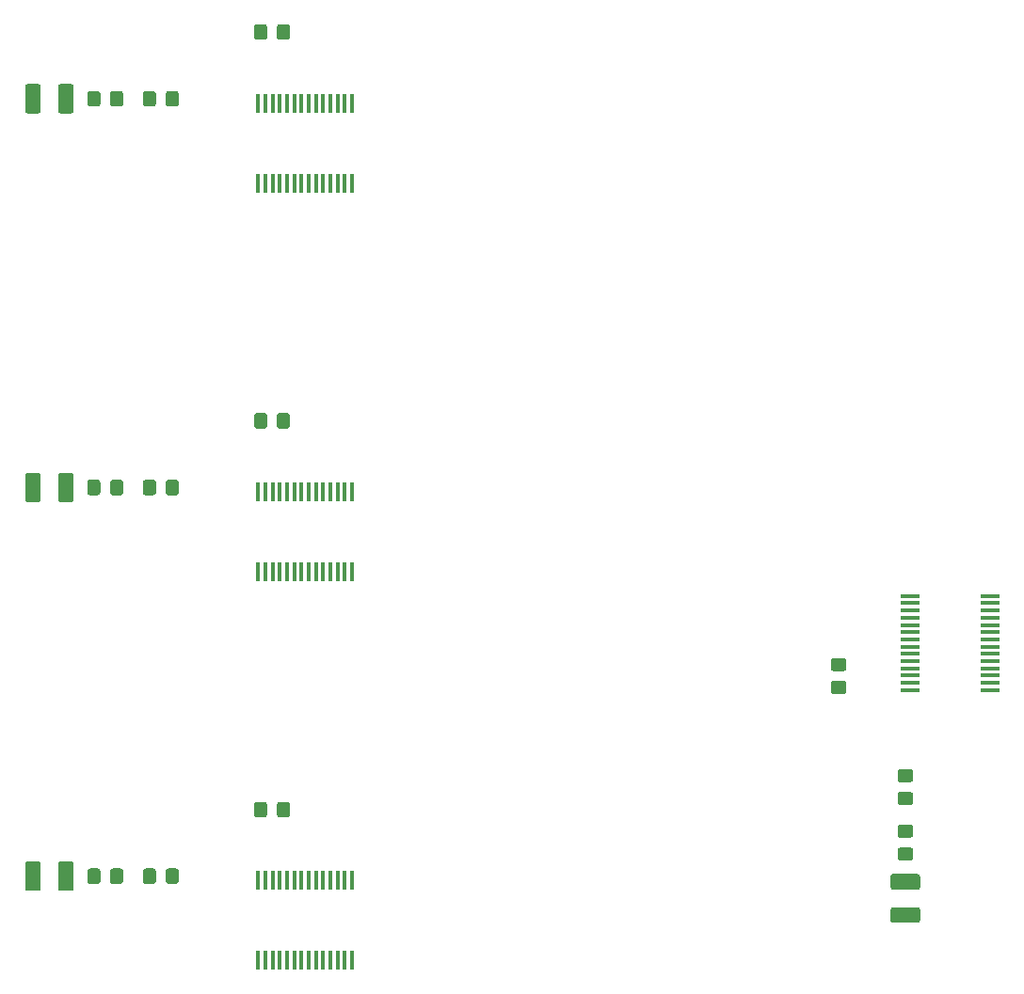
<source format=gbp>
G04 #@! TF.GenerationSoftware,KiCad,Pcbnew,(5.0.0)*
G04 #@! TF.CreationDate,2018-11-07T00:59:44+09:00*
G04 #@! TF.ProjectId,gb_cart_flash,67625F636172745F666C6173682E6B69,rev?*
G04 #@! TF.SameCoordinates,Original*
G04 #@! TF.FileFunction,Paste,Bot*
G04 #@! TF.FilePolarity,Positive*
%FSLAX46Y46*%
G04 Gerber Fmt 4.6, Leading zero omitted, Abs format (unit mm)*
G04 Created by KiCad (PCBNEW (5.0.0)) date 11/07/18 00:59:44*
%MOMM*%
%LPD*%
G01*
G04 APERTURE LIST*
%ADD10C,0.100000*%
%ADD11C,1.425000*%
%ADD12C,1.150000*%
%ADD13R,1.750000X0.450000*%
%ADD14R,0.450000X1.750000*%
G04 APERTURE END LIST*
D10*
G04 #@! TO.C,F1*
G36*
X243099504Y-109776204D02*
X243123773Y-109779804D01*
X243147571Y-109785765D01*
X243170671Y-109794030D01*
X243192849Y-109804520D01*
X243213893Y-109817133D01*
X243233598Y-109831747D01*
X243251777Y-109848223D01*
X243268253Y-109866402D01*
X243282867Y-109886107D01*
X243295480Y-109907151D01*
X243305970Y-109929329D01*
X243314235Y-109952429D01*
X243320196Y-109976227D01*
X243323796Y-110000496D01*
X243325000Y-110025000D01*
X243325000Y-110950000D01*
X243323796Y-110974504D01*
X243320196Y-110998773D01*
X243314235Y-111022571D01*
X243305970Y-111045671D01*
X243295480Y-111067849D01*
X243282867Y-111088893D01*
X243268253Y-111108598D01*
X243251777Y-111126777D01*
X243233598Y-111143253D01*
X243213893Y-111157867D01*
X243192849Y-111170480D01*
X243170671Y-111180970D01*
X243147571Y-111189235D01*
X243123773Y-111195196D01*
X243099504Y-111198796D01*
X243075000Y-111200000D01*
X240925000Y-111200000D01*
X240900496Y-111198796D01*
X240876227Y-111195196D01*
X240852429Y-111189235D01*
X240829329Y-111180970D01*
X240807151Y-111170480D01*
X240786107Y-111157867D01*
X240766402Y-111143253D01*
X240748223Y-111126777D01*
X240731747Y-111108598D01*
X240717133Y-111088893D01*
X240704520Y-111067849D01*
X240694030Y-111045671D01*
X240685765Y-111022571D01*
X240679804Y-110998773D01*
X240676204Y-110974504D01*
X240675000Y-110950000D01*
X240675000Y-110025000D01*
X240676204Y-110000496D01*
X240679804Y-109976227D01*
X240685765Y-109952429D01*
X240694030Y-109929329D01*
X240704520Y-109907151D01*
X240717133Y-109886107D01*
X240731747Y-109866402D01*
X240748223Y-109848223D01*
X240766402Y-109831747D01*
X240786107Y-109817133D01*
X240807151Y-109804520D01*
X240829329Y-109794030D01*
X240852429Y-109785765D01*
X240876227Y-109779804D01*
X240900496Y-109776204D01*
X240925000Y-109775000D01*
X243075000Y-109775000D01*
X243099504Y-109776204D01*
X243099504Y-109776204D01*
G37*
D11*
X242000000Y-110487500D03*
D10*
G36*
X243099504Y-106801204D02*
X243123773Y-106804804D01*
X243147571Y-106810765D01*
X243170671Y-106819030D01*
X243192849Y-106829520D01*
X243213893Y-106842133D01*
X243233598Y-106856747D01*
X243251777Y-106873223D01*
X243268253Y-106891402D01*
X243282867Y-106911107D01*
X243295480Y-106932151D01*
X243305970Y-106954329D01*
X243314235Y-106977429D01*
X243320196Y-107001227D01*
X243323796Y-107025496D01*
X243325000Y-107050000D01*
X243325000Y-107975000D01*
X243323796Y-107999504D01*
X243320196Y-108023773D01*
X243314235Y-108047571D01*
X243305970Y-108070671D01*
X243295480Y-108092849D01*
X243282867Y-108113893D01*
X243268253Y-108133598D01*
X243251777Y-108151777D01*
X243233598Y-108168253D01*
X243213893Y-108182867D01*
X243192849Y-108195480D01*
X243170671Y-108205970D01*
X243147571Y-108214235D01*
X243123773Y-108220196D01*
X243099504Y-108223796D01*
X243075000Y-108225000D01*
X240925000Y-108225000D01*
X240900496Y-108223796D01*
X240876227Y-108220196D01*
X240852429Y-108214235D01*
X240829329Y-108205970D01*
X240807151Y-108195480D01*
X240786107Y-108182867D01*
X240766402Y-108168253D01*
X240748223Y-108151777D01*
X240731747Y-108133598D01*
X240717133Y-108113893D01*
X240704520Y-108092849D01*
X240694030Y-108070671D01*
X240685765Y-108047571D01*
X240679804Y-108023773D01*
X240676204Y-107999504D01*
X240675000Y-107975000D01*
X240675000Y-107050000D01*
X240676204Y-107025496D01*
X240679804Y-107001227D01*
X240685765Y-106977429D01*
X240694030Y-106954329D01*
X240704520Y-106932151D01*
X240717133Y-106911107D01*
X240731747Y-106891402D01*
X240748223Y-106873223D01*
X240766402Y-106856747D01*
X240786107Y-106842133D01*
X240807151Y-106829520D01*
X240829329Y-106819030D01*
X240852429Y-106810765D01*
X240876227Y-106804804D01*
X240900496Y-106801204D01*
X240925000Y-106800000D01*
X243075000Y-106800000D01*
X243099504Y-106801204D01*
X243099504Y-106801204D01*
G37*
D11*
X242000000Y-107512500D03*
G04 #@! TD*
D10*
G04 #@! TO.C,R1*
G36*
X236474505Y-87376204D02*
X236498773Y-87379804D01*
X236522572Y-87385765D01*
X236545671Y-87394030D01*
X236567850Y-87404520D01*
X236588893Y-87417132D01*
X236608599Y-87431747D01*
X236626777Y-87448223D01*
X236643253Y-87466401D01*
X236657868Y-87486107D01*
X236670480Y-87507150D01*
X236680970Y-87529329D01*
X236689235Y-87552428D01*
X236695196Y-87576227D01*
X236698796Y-87600495D01*
X236700000Y-87624999D01*
X236700000Y-88275001D01*
X236698796Y-88299505D01*
X236695196Y-88323773D01*
X236689235Y-88347572D01*
X236680970Y-88370671D01*
X236670480Y-88392850D01*
X236657868Y-88413893D01*
X236643253Y-88433599D01*
X236626777Y-88451777D01*
X236608599Y-88468253D01*
X236588893Y-88482868D01*
X236567850Y-88495480D01*
X236545671Y-88505970D01*
X236522572Y-88514235D01*
X236498773Y-88520196D01*
X236474505Y-88523796D01*
X236450001Y-88525000D01*
X235549999Y-88525000D01*
X235525495Y-88523796D01*
X235501227Y-88520196D01*
X235477428Y-88514235D01*
X235454329Y-88505970D01*
X235432150Y-88495480D01*
X235411107Y-88482868D01*
X235391401Y-88468253D01*
X235373223Y-88451777D01*
X235356747Y-88433599D01*
X235342132Y-88413893D01*
X235329520Y-88392850D01*
X235319030Y-88370671D01*
X235310765Y-88347572D01*
X235304804Y-88323773D01*
X235301204Y-88299505D01*
X235300000Y-88275001D01*
X235300000Y-87624999D01*
X235301204Y-87600495D01*
X235304804Y-87576227D01*
X235310765Y-87552428D01*
X235319030Y-87529329D01*
X235329520Y-87507150D01*
X235342132Y-87486107D01*
X235356747Y-87466401D01*
X235373223Y-87448223D01*
X235391401Y-87431747D01*
X235411107Y-87417132D01*
X235432150Y-87404520D01*
X235454329Y-87394030D01*
X235477428Y-87385765D01*
X235501227Y-87379804D01*
X235525495Y-87376204D01*
X235549999Y-87375000D01*
X236450001Y-87375000D01*
X236474505Y-87376204D01*
X236474505Y-87376204D01*
G37*
D12*
X236000000Y-87950000D03*
D10*
G36*
X236474505Y-89426204D02*
X236498773Y-89429804D01*
X236522572Y-89435765D01*
X236545671Y-89444030D01*
X236567850Y-89454520D01*
X236588893Y-89467132D01*
X236608599Y-89481747D01*
X236626777Y-89498223D01*
X236643253Y-89516401D01*
X236657868Y-89536107D01*
X236670480Y-89557150D01*
X236680970Y-89579329D01*
X236689235Y-89602428D01*
X236695196Y-89626227D01*
X236698796Y-89650495D01*
X236700000Y-89674999D01*
X236700000Y-90325001D01*
X236698796Y-90349505D01*
X236695196Y-90373773D01*
X236689235Y-90397572D01*
X236680970Y-90420671D01*
X236670480Y-90442850D01*
X236657868Y-90463893D01*
X236643253Y-90483599D01*
X236626777Y-90501777D01*
X236608599Y-90518253D01*
X236588893Y-90532868D01*
X236567850Y-90545480D01*
X236545671Y-90555970D01*
X236522572Y-90564235D01*
X236498773Y-90570196D01*
X236474505Y-90573796D01*
X236450001Y-90575000D01*
X235549999Y-90575000D01*
X235525495Y-90573796D01*
X235501227Y-90570196D01*
X235477428Y-90564235D01*
X235454329Y-90555970D01*
X235432150Y-90545480D01*
X235411107Y-90532868D01*
X235391401Y-90518253D01*
X235373223Y-90501777D01*
X235356747Y-90483599D01*
X235342132Y-90463893D01*
X235329520Y-90442850D01*
X235319030Y-90420671D01*
X235310765Y-90397572D01*
X235304804Y-90373773D01*
X235301204Y-90349505D01*
X235300000Y-90325001D01*
X235300000Y-89674999D01*
X235301204Y-89650495D01*
X235304804Y-89626227D01*
X235310765Y-89602428D01*
X235319030Y-89579329D01*
X235329520Y-89557150D01*
X235342132Y-89536107D01*
X235356747Y-89516401D01*
X235373223Y-89498223D01*
X235391401Y-89481747D01*
X235411107Y-89467132D01*
X235432150Y-89454520D01*
X235454329Y-89444030D01*
X235477428Y-89435765D01*
X235501227Y-89429804D01*
X235525495Y-89426204D01*
X235549999Y-89425000D01*
X236450001Y-89425000D01*
X236474505Y-89426204D01*
X236474505Y-89426204D01*
G37*
D12*
X236000000Y-90000000D03*
G04 #@! TD*
D13*
G04 #@! TO.C,U2*
X249600000Y-90225000D03*
X249600000Y-89575000D03*
X249600000Y-88925000D03*
X249600000Y-88275000D03*
X249600000Y-87625000D03*
X249600000Y-86975000D03*
X249600000Y-86325000D03*
X249600000Y-85675000D03*
X249600000Y-85025000D03*
X249600000Y-84375000D03*
X249600000Y-83725000D03*
X249600000Y-83075000D03*
X249600000Y-82425000D03*
X249600000Y-81775000D03*
X242400000Y-81775000D03*
X242400000Y-82425000D03*
X242400000Y-83075000D03*
X242400000Y-83725000D03*
X242400000Y-84375000D03*
X242400000Y-85025000D03*
X242400000Y-85675000D03*
X242400000Y-86325000D03*
X242400000Y-86975000D03*
X242400000Y-87625000D03*
X242400000Y-88275000D03*
X242400000Y-88925000D03*
X242400000Y-89575000D03*
X242400000Y-90225000D03*
G04 #@! TD*
D10*
G04 #@! TO.C,C5*
G36*
X242474505Y-102376204D02*
X242498773Y-102379804D01*
X242522572Y-102385765D01*
X242545671Y-102394030D01*
X242567850Y-102404520D01*
X242588893Y-102417132D01*
X242608599Y-102431747D01*
X242626777Y-102448223D01*
X242643253Y-102466401D01*
X242657868Y-102486107D01*
X242670480Y-102507150D01*
X242680970Y-102529329D01*
X242689235Y-102552428D01*
X242695196Y-102576227D01*
X242698796Y-102600495D01*
X242700000Y-102624999D01*
X242700000Y-103275001D01*
X242698796Y-103299505D01*
X242695196Y-103323773D01*
X242689235Y-103347572D01*
X242680970Y-103370671D01*
X242670480Y-103392850D01*
X242657868Y-103413893D01*
X242643253Y-103433599D01*
X242626777Y-103451777D01*
X242608599Y-103468253D01*
X242588893Y-103482868D01*
X242567850Y-103495480D01*
X242545671Y-103505970D01*
X242522572Y-103514235D01*
X242498773Y-103520196D01*
X242474505Y-103523796D01*
X242450001Y-103525000D01*
X241549999Y-103525000D01*
X241525495Y-103523796D01*
X241501227Y-103520196D01*
X241477428Y-103514235D01*
X241454329Y-103505970D01*
X241432150Y-103495480D01*
X241411107Y-103482868D01*
X241391401Y-103468253D01*
X241373223Y-103451777D01*
X241356747Y-103433599D01*
X241342132Y-103413893D01*
X241329520Y-103392850D01*
X241319030Y-103370671D01*
X241310765Y-103347572D01*
X241304804Y-103323773D01*
X241301204Y-103299505D01*
X241300000Y-103275001D01*
X241300000Y-102624999D01*
X241301204Y-102600495D01*
X241304804Y-102576227D01*
X241310765Y-102552428D01*
X241319030Y-102529329D01*
X241329520Y-102507150D01*
X241342132Y-102486107D01*
X241356747Y-102466401D01*
X241373223Y-102448223D01*
X241391401Y-102431747D01*
X241411107Y-102417132D01*
X241432150Y-102404520D01*
X241454329Y-102394030D01*
X241477428Y-102385765D01*
X241501227Y-102379804D01*
X241525495Y-102376204D01*
X241549999Y-102375000D01*
X242450001Y-102375000D01*
X242474505Y-102376204D01*
X242474505Y-102376204D01*
G37*
D12*
X242000000Y-102950000D03*
D10*
G36*
X242474505Y-104426204D02*
X242498773Y-104429804D01*
X242522572Y-104435765D01*
X242545671Y-104444030D01*
X242567850Y-104454520D01*
X242588893Y-104467132D01*
X242608599Y-104481747D01*
X242626777Y-104498223D01*
X242643253Y-104516401D01*
X242657868Y-104536107D01*
X242670480Y-104557150D01*
X242680970Y-104579329D01*
X242689235Y-104602428D01*
X242695196Y-104626227D01*
X242698796Y-104650495D01*
X242700000Y-104674999D01*
X242700000Y-105325001D01*
X242698796Y-105349505D01*
X242695196Y-105373773D01*
X242689235Y-105397572D01*
X242680970Y-105420671D01*
X242670480Y-105442850D01*
X242657868Y-105463893D01*
X242643253Y-105483599D01*
X242626777Y-105501777D01*
X242608599Y-105518253D01*
X242588893Y-105532868D01*
X242567850Y-105545480D01*
X242545671Y-105555970D01*
X242522572Y-105564235D01*
X242498773Y-105570196D01*
X242474505Y-105573796D01*
X242450001Y-105575000D01*
X241549999Y-105575000D01*
X241525495Y-105573796D01*
X241501227Y-105570196D01*
X241477428Y-105564235D01*
X241454329Y-105555970D01*
X241432150Y-105545480D01*
X241411107Y-105532868D01*
X241391401Y-105518253D01*
X241373223Y-105501777D01*
X241356747Y-105483599D01*
X241342132Y-105463893D01*
X241329520Y-105442850D01*
X241319030Y-105420671D01*
X241310765Y-105397572D01*
X241304804Y-105373773D01*
X241301204Y-105349505D01*
X241300000Y-105325001D01*
X241300000Y-104674999D01*
X241301204Y-104650495D01*
X241304804Y-104626227D01*
X241310765Y-104602428D01*
X241319030Y-104579329D01*
X241329520Y-104557150D01*
X241342132Y-104536107D01*
X241356747Y-104516401D01*
X241373223Y-104498223D01*
X241391401Y-104481747D01*
X241411107Y-104467132D01*
X241432150Y-104454520D01*
X241454329Y-104444030D01*
X241477428Y-104435765D01*
X241501227Y-104429804D01*
X241525495Y-104426204D01*
X241549999Y-104425000D01*
X242450001Y-104425000D01*
X242474505Y-104426204D01*
X242474505Y-104426204D01*
G37*
D12*
X242000000Y-105000000D03*
G04 #@! TD*
D10*
G04 #@! TO.C,C4*
G36*
X242474505Y-97376204D02*
X242498773Y-97379804D01*
X242522572Y-97385765D01*
X242545671Y-97394030D01*
X242567850Y-97404520D01*
X242588893Y-97417132D01*
X242608599Y-97431747D01*
X242626777Y-97448223D01*
X242643253Y-97466401D01*
X242657868Y-97486107D01*
X242670480Y-97507150D01*
X242680970Y-97529329D01*
X242689235Y-97552428D01*
X242695196Y-97576227D01*
X242698796Y-97600495D01*
X242700000Y-97624999D01*
X242700000Y-98275001D01*
X242698796Y-98299505D01*
X242695196Y-98323773D01*
X242689235Y-98347572D01*
X242680970Y-98370671D01*
X242670480Y-98392850D01*
X242657868Y-98413893D01*
X242643253Y-98433599D01*
X242626777Y-98451777D01*
X242608599Y-98468253D01*
X242588893Y-98482868D01*
X242567850Y-98495480D01*
X242545671Y-98505970D01*
X242522572Y-98514235D01*
X242498773Y-98520196D01*
X242474505Y-98523796D01*
X242450001Y-98525000D01*
X241549999Y-98525000D01*
X241525495Y-98523796D01*
X241501227Y-98520196D01*
X241477428Y-98514235D01*
X241454329Y-98505970D01*
X241432150Y-98495480D01*
X241411107Y-98482868D01*
X241391401Y-98468253D01*
X241373223Y-98451777D01*
X241356747Y-98433599D01*
X241342132Y-98413893D01*
X241329520Y-98392850D01*
X241319030Y-98370671D01*
X241310765Y-98347572D01*
X241304804Y-98323773D01*
X241301204Y-98299505D01*
X241300000Y-98275001D01*
X241300000Y-97624999D01*
X241301204Y-97600495D01*
X241304804Y-97576227D01*
X241310765Y-97552428D01*
X241319030Y-97529329D01*
X241329520Y-97507150D01*
X241342132Y-97486107D01*
X241356747Y-97466401D01*
X241373223Y-97448223D01*
X241391401Y-97431747D01*
X241411107Y-97417132D01*
X241432150Y-97404520D01*
X241454329Y-97394030D01*
X241477428Y-97385765D01*
X241501227Y-97379804D01*
X241525495Y-97376204D01*
X241549999Y-97375000D01*
X242450001Y-97375000D01*
X242474505Y-97376204D01*
X242474505Y-97376204D01*
G37*
D12*
X242000000Y-97950000D03*
D10*
G36*
X242474505Y-99426204D02*
X242498773Y-99429804D01*
X242522572Y-99435765D01*
X242545671Y-99444030D01*
X242567850Y-99454520D01*
X242588893Y-99467132D01*
X242608599Y-99481747D01*
X242626777Y-99498223D01*
X242643253Y-99516401D01*
X242657868Y-99536107D01*
X242670480Y-99557150D01*
X242680970Y-99579329D01*
X242689235Y-99602428D01*
X242695196Y-99626227D01*
X242698796Y-99650495D01*
X242700000Y-99674999D01*
X242700000Y-100325001D01*
X242698796Y-100349505D01*
X242695196Y-100373773D01*
X242689235Y-100397572D01*
X242680970Y-100420671D01*
X242670480Y-100442850D01*
X242657868Y-100463893D01*
X242643253Y-100483599D01*
X242626777Y-100501777D01*
X242608599Y-100518253D01*
X242588893Y-100532868D01*
X242567850Y-100545480D01*
X242545671Y-100555970D01*
X242522572Y-100564235D01*
X242498773Y-100570196D01*
X242474505Y-100573796D01*
X242450001Y-100575000D01*
X241549999Y-100575000D01*
X241525495Y-100573796D01*
X241501227Y-100570196D01*
X241477428Y-100564235D01*
X241454329Y-100555970D01*
X241432150Y-100545480D01*
X241411107Y-100532868D01*
X241391401Y-100518253D01*
X241373223Y-100501777D01*
X241356747Y-100483599D01*
X241342132Y-100463893D01*
X241329520Y-100442850D01*
X241319030Y-100420671D01*
X241310765Y-100397572D01*
X241304804Y-100373773D01*
X241301204Y-100349505D01*
X241300000Y-100325001D01*
X241300000Y-99674999D01*
X241301204Y-99650495D01*
X241304804Y-99626227D01*
X241310765Y-99602428D01*
X241319030Y-99579329D01*
X241329520Y-99557150D01*
X241342132Y-99536107D01*
X241356747Y-99516401D01*
X241373223Y-99498223D01*
X241391401Y-99481747D01*
X241411107Y-99467132D01*
X241432150Y-99454520D01*
X241454329Y-99444030D01*
X241477428Y-99435765D01*
X241501227Y-99429804D01*
X241525495Y-99426204D01*
X241549999Y-99425000D01*
X242450001Y-99425000D01*
X242474505Y-99426204D01*
X242474505Y-99426204D01*
G37*
D12*
X242000000Y-100000000D03*
G04 #@! TD*
D10*
G04 #@! TO.C,F1*
G36*
X163999504Y-35676204D02*
X164023773Y-35679804D01*
X164047571Y-35685765D01*
X164070671Y-35694030D01*
X164092849Y-35704520D01*
X164113893Y-35717133D01*
X164133598Y-35731747D01*
X164151777Y-35748223D01*
X164168253Y-35766402D01*
X164182867Y-35786107D01*
X164195480Y-35807151D01*
X164205970Y-35829329D01*
X164214235Y-35852429D01*
X164220196Y-35876227D01*
X164223796Y-35900496D01*
X164225000Y-35925000D01*
X164225000Y-38075000D01*
X164223796Y-38099504D01*
X164220196Y-38123773D01*
X164214235Y-38147571D01*
X164205970Y-38170671D01*
X164195480Y-38192849D01*
X164182867Y-38213893D01*
X164168253Y-38233598D01*
X164151777Y-38251777D01*
X164133598Y-38268253D01*
X164113893Y-38282867D01*
X164092849Y-38295480D01*
X164070671Y-38305970D01*
X164047571Y-38314235D01*
X164023773Y-38320196D01*
X163999504Y-38323796D01*
X163975000Y-38325000D01*
X163050000Y-38325000D01*
X163025496Y-38323796D01*
X163001227Y-38320196D01*
X162977429Y-38314235D01*
X162954329Y-38305970D01*
X162932151Y-38295480D01*
X162911107Y-38282867D01*
X162891402Y-38268253D01*
X162873223Y-38251777D01*
X162856747Y-38233598D01*
X162842133Y-38213893D01*
X162829520Y-38192849D01*
X162819030Y-38170671D01*
X162810765Y-38147571D01*
X162804804Y-38123773D01*
X162801204Y-38099504D01*
X162800000Y-38075000D01*
X162800000Y-35925000D01*
X162801204Y-35900496D01*
X162804804Y-35876227D01*
X162810765Y-35852429D01*
X162819030Y-35829329D01*
X162829520Y-35807151D01*
X162842133Y-35786107D01*
X162856747Y-35766402D01*
X162873223Y-35748223D01*
X162891402Y-35731747D01*
X162911107Y-35717133D01*
X162932151Y-35704520D01*
X162954329Y-35694030D01*
X162977429Y-35685765D01*
X163001227Y-35679804D01*
X163025496Y-35676204D01*
X163050000Y-35675000D01*
X163975000Y-35675000D01*
X163999504Y-35676204D01*
X163999504Y-35676204D01*
G37*
D11*
X163512500Y-37000000D03*
D10*
G36*
X166974504Y-35676204D02*
X166998773Y-35679804D01*
X167022571Y-35685765D01*
X167045671Y-35694030D01*
X167067849Y-35704520D01*
X167088893Y-35717133D01*
X167108598Y-35731747D01*
X167126777Y-35748223D01*
X167143253Y-35766402D01*
X167157867Y-35786107D01*
X167170480Y-35807151D01*
X167180970Y-35829329D01*
X167189235Y-35852429D01*
X167195196Y-35876227D01*
X167198796Y-35900496D01*
X167200000Y-35925000D01*
X167200000Y-38075000D01*
X167198796Y-38099504D01*
X167195196Y-38123773D01*
X167189235Y-38147571D01*
X167180970Y-38170671D01*
X167170480Y-38192849D01*
X167157867Y-38213893D01*
X167143253Y-38233598D01*
X167126777Y-38251777D01*
X167108598Y-38268253D01*
X167088893Y-38282867D01*
X167067849Y-38295480D01*
X167045671Y-38305970D01*
X167022571Y-38314235D01*
X166998773Y-38320196D01*
X166974504Y-38323796D01*
X166950000Y-38325000D01*
X166025000Y-38325000D01*
X166000496Y-38323796D01*
X165976227Y-38320196D01*
X165952429Y-38314235D01*
X165929329Y-38305970D01*
X165907151Y-38295480D01*
X165886107Y-38282867D01*
X165866402Y-38268253D01*
X165848223Y-38251777D01*
X165831747Y-38233598D01*
X165817133Y-38213893D01*
X165804520Y-38192849D01*
X165794030Y-38170671D01*
X165785765Y-38147571D01*
X165779804Y-38123773D01*
X165776204Y-38099504D01*
X165775000Y-38075000D01*
X165775000Y-35925000D01*
X165776204Y-35900496D01*
X165779804Y-35876227D01*
X165785765Y-35852429D01*
X165794030Y-35829329D01*
X165804520Y-35807151D01*
X165817133Y-35786107D01*
X165831747Y-35766402D01*
X165848223Y-35748223D01*
X165866402Y-35731747D01*
X165886107Y-35717133D01*
X165907151Y-35704520D01*
X165929329Y-35694030D01*
X165952429Y-35685765D01*
X165976227Y-35679804D01*
X166000496Y-35676204D01*
X166025000Y-35675000D01*
X166950000Y-35675000D01*
X166974504Y-35676204D01*
X166974504Y-35676204D01*
G37*
D11*
X166487500Y-37000000D03*
G04 #@! TD*
D10*
G04 #@! TO.C,R1*
G36*
X186399505Y-30301204D02*
X186423773Y-30304804D01*
X186447572Y-30310765D01*
X186470671Y-30319030D01*
X186492850Y-30329520D01*
X186513893Y-30342132D01*
X186533599Y-30356747D01*
X186551777Y-30373223D01*
X186568253Y-30391401D01*
X186582868Y-30411107D01*
X186595480Y-30432150D01*
X186605970Y-30454329D01*
X186614235Y-30477428D01*
X186620196Y-30501227D01*
X186623796Y-30525495D01*
X186625000Y-30549999D01*
X186625000Y-31450001D01*
X186623796Y-31474505D01*
X186620196Y-31498773D01*
X186614235Y-31522572D01*
X186605970Y-31545671D01*
X186595480Y-31567850D01*
X186582868Y-31588893D01*
X186568253Y-31608599D01*
X186551777Y-31626777D01*
X186533599Y-31643253D01*
X186513893Y-31657868D01*
X186492850Y-31670480D01*
X186470671Y-31680970D01*
X186447572Y-31689235D01*
X186423773Y-31695196D01*
X186399505Y-31698796D01*
X186375001Y-31700000D01*
X185724999Y-31700000D01*
X185700495Y-31698796D01*
X185676227Y-31695196D01*
X185652428Y-31689235D01*
X185629329Y-31680970D01*
X185607150Y-31670480D01*
X185586107Y-31657868D01*
X185566401Y-31643253D01*
X185548223Y-31626777D01*
X185531747Y-31608599D01*
X185517132Y-31588893D01*
X185504520Y-31567850D01*
X185494030Y-31545671D01*
X185485765Y-31522572D01*
X185479804Y-31498773D01*
X185476204Y-31474505D01*
X185475000Y-31450001D01*
X185475000Y-30549999D01*
X185476204Y-30525495D01*
X185479804Y-30501227D01*
X185485765Y-30477428D01*
X185494030Y-30454329D01*
X185504520Y-30432150D01*
X185517132Y-30411107D01*
X185531747Y-30391401D01*
X185548223Y-30373223D01*
X185566401Y-30356747D01*
X185586107Y-30342132D01*
X185607150Y-30329520D01*
X185629329Y-30319030D01*
X185652428Y-30310765D01*
X185676227Y-30304804D01*
X185700495Y-30301204D01*
X185724999Y-30300000D01*
X186375001Y-30300000D01*
X186399505Y-30301204D01*
X186399505Y-30301204D01*
G37*
D12*
X186050000Y-31000000D03*
D10*
G36*
X184349505Y-30301204D02*
X184373773Y-30304804D01*
X184397572Y-30310765D01*
X184420671Y-30319030D01*
X184442850Y-30329520D01*
X184463893Y-30342132D01*
X184483599Y-30356747D01*
X184501777Y-30373223D01*
X184518253Y-30391401D01*
X184532868Y-30411107D01*
X184545480Y-30432150D01*
X184555970Y-30454329D01*
X184564235Y-30477428D01*
X184570196Y-30501227D01*
X184573796Y-30525495D01*
X184575000Y-30549999D01*
X184575000Y-31450001D01*
X184573796Y-31474505D01*
X184570196Y-31498773D01*
X184564235Y-31522572D01*
X184555970Y-31545671D01*
X184545480Y-31567850D01*
X184532868Y-31588893D01*
X184518253Y-31608599D01*
X184501777Y-31626777D01*
X184483599Y-31643253D01*
X184463893Y-31657868D01*
X184442850Y-31670480D01*
X184420671Y-31680970D01*
X184397572Y-31689235D01*
X184373773Y-31695196D01*
X184349505Y-31698796D01*
X184325001Y-31700000D01*
X183674999Y-31700000D01*
X183650495Y-31698796D01*
X183626227Y-31695196D01*
X183602428Y-31689235D01*
X183579329Y-31680970D01*
X183557150Y-31670480D01*
X183536107Y-31657868D01*
X183516401Y-31643253D01*
X183498223Y-31626777D01*
X183481747Y-31608599D01*
X183467132Y-31588893D01*
X183454520Y-31567850D01*
X183444030Y-31545671D01*
X183435765Y-31522572D01*
X183429804Y-31498773D01*
X183426204Y-31474505D01*
X183425000Y-31450001D01*
X183425000Y-30549999D01*
X183426204Y-30525495D01*
X183429804Y-30501227D01*
X183435765Y-30477428D01*
X183444030Y-30454329D01*
X183454520Y-30432150D01*
X183467132Y-30411107D01*
X183481747Y-30391401D01*
X183498223Y-30373223D01*
X183516401Y-30356747D01*
X183536107Y-30342132D01*
X183557150Y-30329520D01*
X183579329Y-30319030D01*
X183602428Y-30310765D01*
X183626227Y-30304804D01*
X183650495Y-30301204D01*
X183674999Y-30300000D01*
X184325001Y-30300000D01*
X184349505Y-30301204D01*
X184349505Y-30301204D01*
G37*
D12*
X184000000Y-31000000D03*
G04 #@! TD*
D14*
G04 #@! TO.C,U2*
X183775000Y-44600000D03*
X184425000Y-44600000D03*
X185075000Y-44600000D03*
X185725000Y-44600000D03*
X186375000Y-44600000D03*
X187025000Y-44600000D03*
X187675000Y-44600000D03*
X188325000Y-44600000D03*
X188975000Y-44600000D03*
X189625000Y-44600000D03*
X190275000Y-44600000D03*
X190925000Y-44600000D03*
X191575000Y-44600000D03*
X192225000Y-44600000D03*
X192225000Y-37400000D03*
X191575000Y-37400000D03*
X190925000Y-37400000D03*
X190275000Y-37400000D03*
X189625000Y-37400000D03*
X188975000Y-37400000D03*
X188325000Y-37400000D03*
X187675000Y-37400000D03*
X187025000Y-37400000D03*
X186375000Y-37400000D03*
X185725000Y-37400000D03*
X185075000Y-37400000D03*
X184425000Y-37400000D03*
X183775000Y-37400000D03*
G04 #@! TD*
D10*
G04 #@! TO.C,C5*
G36*
X171399505Y-36301204D02*
X171423773Y-36304804D01*
X171447572Y-36310765D01*
X171470671Y-36319030D01*
X171492850Y-36329520D01*
X171513893Y-36342132D01*
X171533599Y-36356747D01*
X171551777Y-36373223D01*
X171568253Y-36391401D01*
X171582868Y-36411107D01*
X171595480Y-36432150D01*
X171605970Y-36454329D01*
X171614235Y-36477428D01*
X171620196Y-36501227D01*
X171623796Y-36525495D01*
X171625000Y-36549999D01*
X171625000Y-37450001D01*
X171623796Y-37474505D01*
X171620196Y-37498773D01*
X171614235Y-37522572D01*
X171605970Y-37545671D01*
X171595480Y-37567850D01*
X171582868Y-37588893D01*
X171568253Y-37608599D01*
X171551777Y-37626777D01*
X171533599Y-37643253D01*
X171513893Y-37657868D01*
X171492850Y-37670480D01*
X171470671Y-37680970D01*
X171447572Y-37689235D01*
X171423773Y-37695196D01*
X171399505Y-37698796D01*
X171375001Y-37700000D01*
X170724999Y-37700000D01*
X170700495Y-37698796D01*
X170676227Y-37695196D01*
X170652428Y-37689235D01*
X170629329Y-37680970D01*
X170607150Y-37670480D01*
X170586107Y-37657868D01*
X170566401Y-37643253D01*
X170548223Y-37626777D01*
X170531747Y-37608599D01*
X170517132Y-37588893D01*
X170504520Y-37567850D01*
X170494030Y-37545671D01*
X170485765Y-37522572D01*
X170479804Y-37498773D01*
X170476204Y-37474505D01*
X170475000Y-37450001D01*
X170475000Y-36549999D01*
X170476204Y-36525495D01*
X170479804Y-36501227D01*
X170485765Y-36477428D01*
X170494030Y-36454329D01*
X170504520Y-36432150D01*
X170517132Y-36411107D01*
X170531747Y-36391401D01*
X170548223Y-36373223D01*
X170566401Y-36356747D01*
X170586107Y-36342132D01*
X170607150Y-36329520D01*
X170629329Y-36319030D01*
X170652428Y-36310765D01*
X170676227Y-36304804D01*
X170700495Y-36301204D01*
X170724999Y-36300000D01*
X171375001Y-36300000D01*
X171399505Y-36301204D01*
X171399505Y-36301204D01*
G37*
D12*
X171050000Y-37000000D03*
D10*
G36*
X169349505Y-36301204D02*
X169373773Y-36304804D01*
X169397572Y-36310765D01*
X169420671Y-36319030D01*
X169442850Y-36329520D01*
X169463893Y-36342132D01*
X169483599Y-36356747D01*
X169501777Y-36373223D01*
X169518253Y-36391401D01*
X169532868Y-36411107D01*
X169545480Y-36432150D01*
X169555970Y-36454329D01*
X169564235Y-36477428D01*
X169570196Y-36501227D01*
X169573796Y-36525495D01*
X169575000Y-36549999D01*
X169575000Y-37450001D01*
X169573796Y-37474505D01*
X169570196Y-37498773D01*
X169564235Y-37522572D01*
X169555970Y-37545671D01*
X169545480Y-37567850D01*
X169532868Y-37588893D01*
X169518253Y-37608599D01*
X169501777Y-37626777D01*
X169483599Y-37643253D01*
X169463893Y-37657868D01*
X169442850Y-37670480D01*
X169420671Y-37680970D01*
X169397572Y-37689235D01*
X169373773Y-37695196D01*
X169349505Y-37698796D01*
X169325001Y-37700000D01*
X168674999Y-37700000D01*
X168650495Y-37698796D01*
X168626227Y-37695196D01*
X168602428Y-37689235D01*
X168579329Y-37680970D01*
X168557150Y-37670480D01*
X168536107Y-37657868D01*
X168516401Y-37643253D01*
X168498223Y-37626777D01*
X168481747Y-37608599D01*
X168467132Y-37588893D01*
X168454520Y-37567850D01*
X168444030Y-37545671D01*
X168435765Y-37522572D01*
X168429804Y-37498773D01*
X168426204Y-37474505D01*
X168425000Y-37450001D01*
X168425000Y-36549999D01*
X168426204Y-36525495D01*
X168429804Y-36501227D01*
X168435765Y-36477428D01*
X168444030Y-36454329D01*
X168454520Y-36432150D01*
X168467132Y-36411107D01*
X168481747Y-36391401D01*
X168498223Y-36373223D01*
X168516401Y-36356747D01*
X168536107Y-36342132D01*
X168557150Y-36329520D01*
X168579329Y-36319030D01*
X168602428Y-36310765D01*
X168626227Y-36304804D01*
X168650495Y-36301204D01*
X168674999Y-36300000D01*
X169325001Y-36300000D01*
X169349505Y-36301204D01*
X169349505Y-36301204D01*
G37*
D12*
X169000000Y-37000000D03*
G04 #@! TD*
D10*
G04 #@! TO.C,C4*
G36*
X176399505Y-36301204D02*
X176423773Y-36304804D01*
X176447572Y-36310765D01*
X176470671Y-36319030D01*
X176492850Y-36329520D01*
X176513893Y-36342132D01*
X176533599Y-36356747D01*
X176551777Y-36373223D01*
X176568253Y-36391401D01*
X176582868Y-36411107D01*
X176595480Y-36432150D01*
X176605970Y-36454329D01*
X176614235Y-36477428D01*
X176620196Y-36501227D01*
X176623796Y-36525495D01*
X176625000Y-36549999D01*
X176625000Y-37450001D01*
X176623796Y-37474505D01*
X176620196Y-37498773D01*
X176614235Y-37522572D01*
X176605970Y-37545671D01*
X176595480Y-37567850D01*
X176582868Y-37588893D01*
X176568253Y-37608599D01*
X176551777Y-37626777D01*
X176533599Y-37643253D01*
X176513893Y-37657868D01*
X176492850Y-37670480D01*
X176470671Y-37680970D01*
X176447572Y-37689235D01*
X176423773Y-37695196D01*
X176399505Y-37698796D01*
X176375001Y-37700000D01*
X175724999Y-37700000D01*
X175700495Y-37698796D01*
X175676227Y-37695196D01*
X175652428Y-37689235D01*
X175629329Y-37680970D01*
X175607150Y-37670480D01*
X175586107Y-37657868D01*
X175566401Y-37643253D01*
X175548223Y-37626777D01*
X175531747Y-37608599D01*
X175517132Y-37588893D01*
X175504520Y-37567850D01*
X175494030Y-37545671D01*
X175485765Y-37522572D01*
X175479804Y-37498773D01*
X175476204Y-37474505D01*
X175475000Y-37450001D01*
X175475000Y-36549999D01*
X175476204Y-36525495D01*
X175479804Y-36501227D01*
X175485765Y-36477428D01*
X175494030Y-36454329D01*
X175504520Y-36432150D01*
X175517132Y-36411107D01*
X175531747Y-36391401D01*
X175548223Y-36373223D01*
X175566401Y-36356747D01*
X175586107Y-36342132D01*
X175607150Y-36329520D01*
X175629329Y-36319030D01*
X175652428Y-36310765D01*
X175676227Y-36304804D01*
X175700495Y-36301204D01*
X175724999Y-36300000D01*
X176375001Y-36300000D01*
X176399505Y-36301204D01*
X176399505Y-36301204D01*
G37*
D12*
X176050000Y-37000000D03*
D10*
G36*
X174349505Y-36301204D02*
X174373773Y-36304804D01*
X174397572Y-36310765D01*
X174420671Y-36319030D01*
X174442850Y-36329520D01*
X174463893Y-36342132D01*
X174483599Y-36356747D01*
X174501777Y-36373223D01*
X174518253Y-36391401D01*
X174532868Y-36411107D01*
X174545480Y-36432150D01*
X174555970Y-36454329D01*
X174564235Y-36477428D01*
X174570196Y-36501227D01*
X174573796Y-36525495D01*
X174575000Y-36549999D01*
X174575000Y-37450001D01*
X174573796Y-37474505D01*
X174570196Y-37498773D01*
X174564235Y-37522572D01*
X174555970Y-37545671D01*
X174545480Y-37567850D01*
X174532868Y-37588893D01*
X174518253Y-37608599D01*
X174501777Y-37626777D01*
X174483599Y-37643253D01*
X174463893Y-37657868D01*
X174442850Y-37670480D01*
X174420671Y-37680970D01*
X174397572Y-37689235D01*
X174373773Y-37695196D01*
X174349505Y-37698796D01*
X174325001Y-37700000D01*
X173674999Y-37700000D01*
X173650495Y-37698796D01*
X173626227Y-37695196D01*
X173602428Y-37689235D01*
X173579329Y-37680970D01*
X173557150Y-37670480D01*
X173536107Y-37657868D01*
X173516401Y-37643253D01*
X173498223Y-37626777D01*
X173481747Y-37608599D01*
X173467132Y-37588893D01*
X173454520Y-37567850D01*
X173444030Y-37545671D01*
X173435765Y-37522572D01*
X173429804Y-37498773D01*
X173426204Y-37474505D01*
X173425000Y-37450001D01*
X173425000Y-36549999D01*
X173426204Y-36525495D01*
X173429804Y-36501227D01*
X173435765Y-36477428D01*
X173444030Y-36454329D01*
X173454520Y-36432150D01*
X173467132Y-36411107D01*
X173481747Y-36391401D01*
X173498223Y-36373223D01*
X173516401Y-36356747D01*
X173536107Y-36342132D01*
X173557150Y-36329520D01*
X173579329Y-36319030D01*
X173602428Y-36310765D01*
X173626227Y-36304804D01*
X173650495Y-36301204D01*
X173674999Y-36300000D01*
X174325001Y-36300000D01*
X174349505Y-36301204D01*
X174349505Y-36301204D01*
G37*
D12*
X174000000Y-37000000D03*
G04 #@! TD*
D10*
G04 #@! TO.C,F1*
G36*
X163999504Y-70676204D02*
X164023773Y-70679804D01*
X164047571Y-70685765D01*
X164070671Y-70694030D01*
X164092849Y-70704520D01*
X164113893Y-70717133D01*
X164133598Y-70731747D01*
X164151777Y-70748223D01*
X164168253Y-70766402D01*
X164182867Y-70786107D01*
X164195480Y-70807151D01*
X164205970Y-70829329D01*
X164214235Y-70852429D01*
X164220196Y-70876227D01*
X164223796Y-70900496D01*
X164225000Y-70925000D01*
X164225000Y-73075000D01*
X164223796Y-73099504D01*
X164220196Y-73123773D01*
X164214235Y-73147571D01*
X164205970Y-73170671D01*
X164195480Y-73192849D01*
X164182867Y-73213893D01*
X164168253Y-73233598D01*
X164151777Y-73251777D01*
X164133598Y-73268253D01*
X164113893Y-73282867D01*
X164092849Y-73295480D01*
X164070671Y-73305970D01*
X164047571Y-73314235D01*
X164023773Y-73320196D01*
X163999504Y-73323796D01*
X163975000Y-73325000D01*
X163050000Y-73325000D01*
X163025496Y-73323796D01*
X163001227Y-73320196D01*
X162977429Y-73314235D01*
X162954329Y-73305970D01*
X162932151Y-73295480D01*
X162911107Y-73282867D01*
X162891402Y-73268253D01*
X162873223Y-73251777D01*
X162856747Y-73233598D01*
X162842133Y-73213893D01*
X162829520Y-73192849D01*
X162819030Y-73170671D01*
X162810765Y-73147571D01*
X162804804Y-73123773D01*
X162801204Y-73099504D01*
X162800000Y-73075000D01*
X162800000Y-70925000D01*
X162801204Y-70900496D01*
X162804804Y-70876227D01*
X162810765Y-70852429D01*
X162819030Y-70829329D01*
X162829520Y-70807151D01*
X162842133Y-70786107D01*
X162856747Y-70766402D01*
X162873223Y-70748223D01*
X162891402Y-70731747D01*
X162911107Y-70717133D01*
X162932151Y-70704520D01*
X162954329Y-70694030D01*
X162977429Y-70685765D01*
X163001227Y-70679804D01*
X163025496Y-70676204D01*
X163050000Y-70675000D01*
X163975000Y-70675000D01*
X163999504Y-70676204D01*
X163999504Y-70676204D01*
G37*
D11*
X163512500Y-72000000D03*
D10*
G36*
X166974504Y-70676204D02*
X166998773Y-70679804D01*
X167022571Y-70685765D01*
X167045671Y-70694030D01*
X167067849Y-70704520D01*
X167088893Y-70717133D01*
X167108598Y-70731747D01*
X167126777Y-70748223D01*
X167143253Y-70766402D01*
X167157867Y-70786107D01*
X167170480Y-70807151D01*
X167180970Y-70829329D01*
X167189235Y-70852429D01*
X167195196Y-70876227D01*
X167198796Y-70900496D01*
X167200000Y-70925000D01*
X167200000Y-73075000D01*
X167198796Y-73099504D01*
X167195196Y-73123773D01*
X167189235Y-73147571D01*
X167180970Y-73170671D01*
X167170480Y-73192849D01*
X167157867Y-73213893D01*
X167143253Y-73233598D01*
X167126777Y-73251777D01*
X167108598Y-73268253D01*
X167088893Y-73282867D01*
X167067849Y-73295480D01*
X167045671Y-73305970D01*
X167022571Y-73314235D01*
X166998773Y-73320196D01*
X166974504Y-73323796D01*
X166950000Y-73325000D01*
X166025000Y-73325000D01*
X166000496Y-73323796D01*
X165976227Y-73320196D01*
X165952429Y-73314235D01*
X165929329Y-73305970D01*
X165907151Y-73295480D01*
X165886107Y-73282867D01*
X165866402Y-73268253D01*
X165848223Y-73251777D01*
X165831747Y-73233598D01*
X165817133Y-73213893D01*
X165804520Y-73192849D01*
X165794030Y-73170671D01*
X165785765Y-73147571D01*
X165779804Y-73123773D01*
X165776204Y-73099504D01*
X165775000Y-73075000D01*
X165775000Y-70925000D01*
X165776204Y-70900496D01*
X165779804Y-70876227D01*
X165785765Y-70852429D01*
X165794030Y-70829329D01*
X165804520Y-70807151D01*
X165817133Y-70786107D01*
X165831747Y-70766402D01*
X165848223Y-70748223D01*
X165866402Y-70731747D01*
X165886107Y-70717133D01*
X165907151Y-70704520D01*
X165929329Y-70694030D01*
X165952429Y-70685765D01*
X165976227Y-70679804D01*
X166000496Y-70676204D01*
X166025000Y-70675000D01*
X166950000Y-70675000D01*
X166974504Y-70676204D01*
X166974504Y-70676204D01*
G37*
D11*
X166487500Y-72000000D03*
G04 #@! TD*
D10*
G04 #@! TO.C,R1*
G36*
X186399505Y-65301204D02*
X186423773Y-65304804D01*
X186447572Y-65310765D01*
X186470671Y-65319030D01*
X186492850Y-65329520D01*
X186513893Y-65342132D01*
X186533599Y-65356747D01*
X186551777Y-65373223D01*
X186568253Y-65391401D01*
X186582868Y-65411107D01*
X186595480Y-65432150D01*
X186605970Y-65454329D01*
X186614235Y-65477428D01*
X186620196Y-65501227D01*
X186623796Y-65525495D01*
X186625000Y-65549999D01*
X186625000Y-66450001D01*
X186623796Y-66474505D01*
X186620196Y-66498773D01*
X186614235Y-66522572D01*
X186605970Y-66545671D01*
X186595480Y-66567850D01*
X186582868Y-66588893D01*
X186568253Y-66608599D01*
X186551777Y-66626777D01*
X186533599Y-66643253D01*
X186513893Y-66657868D01*
X186492850Y-66670480D01*
X186470671Y-66680970D01*
X186447572Y-66689235D01*
X186423773Y-66695196D01*
X186399505Y-66698796D01*
X186375001Y-66700000D01*
X185724999Y-66700000D01*
X185700495Y-66698796D01*
X185676227Y-66695196D01*
X185652428Y-66689235D01*
X185629329Y-66680970D01*
X185607150Y-66670480D01*
X185586107Y-66657868D01*
X185566401Y-66643253D01*
X185548223Y-66626777D01*
X185531747Y-66608599D01*
X185517132Y-66588893D01*
X185504520Y-66567850D01*
X185494030Y-66545671D01*
X185485765Y-66522572D01*
X185479804Y-66498773D01*
X185476204Y-66474505D01*
X185475000Y-66450001D01*
X185475000Y-65549999D01*
X185476204Y-65525495D01*
X185479804Y-65501227D01*
X185485765Y-65477428D01*
X185494030Y-65454329D01*
X185504520Y-65432150D01*
X185517132Y-65411107D01*
X185531747Y-65391401D01*
X185548223Y-65373223D01*
X185566401Y-65356747D01*
X185586107Y-65342132D01*
X185607150Y-65329520D01*
X185629329Y-65319030D01*
X185652428Y-65310765D01*
X185676227Y-65304804D01*
X185700495Y-65301204D01*
X185724999Y-65300000D01*
X186375001Y-65300000D01*
X186399505Y-65301204D01*
X186399505Y-65301204D01*
G37*
D12*
X186050000Y-66000000D03*
D10*
G36*
X184349505Y-65301204D02*
X184373773Y-65304804D01*
X184397572Y-65310765D01*
X184420671Y-65319030D01*
X184442850Y-65329520D01*
X184463893Y-65342132D01*
X184483599Y-65356747D01*
X184501777Y-65373223D01*
X184518253Y-65391401D01*
X184532868Y-65411107D01*
X184545480Y-65432150D01*
X184555970Y-65454329D01*
X184564235Y-65477428D01*
X184570196Y-65501227D01*
X184573796Y-65525495D01*
X184575000Y-65549999D01*
X184575000Y-66450001D01*
X184573796Y-66474505D01*
X184570196Y-66498773D01*
X184564235Y-66522572D01*
X184555970Y-66545671D01*
X184545480Y-66567850D01*
X184532868Y-66588893D01*
X184518253Y-66608599D01*
X184501777Y-66626777D01*
X184483599Y-66643253D01*
X184463893Y-66657868D01*
X184442850Y-66670480D01*
X184420671Y-66680970D01*
X184397572Y-66689235D01*
X184373773Y-66695196D01*
X184349505Y-66698796D01*
X184325001Y-66700000D01*
X183674999Y-66700000D01*
X183650495Y-66698796D01*
X183626227Y-66695196D01*
X183602428Y-66689235D01*
X183579329Y-66680970D01*
X183557150Y-66670480D01*
X183536107Y-66657868D01*
X183516401Y-66643253D01*
X183498223Y-66626777D01*
X183481747Y-66608599D01*
X183467132Y-66588893D01*
X183454520Y-66567850D01*
X183444030Y-66545671D01*
X183435765Y-66522572D01*
X183429804Y-66498773D01*
X183426204Y-66474505D01*
X183425000Y-66450001D01*
X183425000Y-65549999D01*
X183426204Y-65525495D01*
X183429804Y-65501227D01*
X183435765Y-65477428D01*
X183444030Y-65454329D01*
X183454520Y-65432150D01*
X183467132Y-65411107D01*
X183481747Y-65391401D01*
X183498223Y-65373223D01*
X183516401Y-65356747D01*
X183536107Y-65342132D01*
X183557150Y-65329520D01*
X183579329Y-65319030D01*
X183602428Y-65310765D01*
X183626227Y-65304804D01*
X183650495Y-65301204D01*
X183674999Y-65300000D01*
X184325001Y-65300000D01*
X184349505Y-65301204D01*
X184349505Y-65301204D01*
G37*
D12*
X184000000Y-66000000D03*
G04 #@! TD*
D14*
G04 #@! TO.C,U2*
X183775000Y-79600000D03*
X184425000Y-79600000D03*
X185075000Y-79600000D03*
X185725000Y-79600000D03*
X186375000Y-79600000D03*
X187025000Y-79600000D03*
X187675000Y-79600000D03*
X188325000Y-79600000D03*
X188975000Y-79600000D03*
X189625000Y-79600000D03*
X190275000Y-79600000D03*
X190925000Y-79600000D03*
X191575000Y-79600000D03*
X192225000Y-79600000D03*
X192225000Y-72400000D03*
X191575000Y-72400000D03*
X190925000Y-72400000D03*
X190275000Y-72400000D03*
X189625000Y-72400000D03*
X188975000Y-72400000D03*
X188325000Y-72400000D03*
X187675000Y-72400000D03*
X187025000Y-72400000D03*
X186375000Y-72400000D03*
X185725000Y-72400000D03*
X185075000Y-72400000D03*
X184425000Y-72400000D03*
X183775000Y-72400000D03*
G04 #@! TD*
D10*
G04 #@! TO.C,C5*
G36*
X171399505Y-71301204D02*
X171423773Y-71304804D01*
X171447572Y-71310765D01*
X171470671Y-71319030D01*
X171492850Y-71329520D01*
X171513893Y-71342132D01*
X171533599Y-71356747D01*
X171551777Y-71373223D01*
X171568253Y-71391401D01*
X171582868Y-71411107D01*
X171595480Y-71432150D01*
X171605970Y-71454329D01*
X171614235Y-71477428D01*
X171620196Y-71501227D01*
X171623796Y-71525495D01*
X171625000Y-71549999D01*
X171625000Y-72450001D01*
X171623796Y-72474505D01*
X171620196Y-72498773D01*
X171614235Y-72522572D01*
X171605970Y-72545671D01*
X171595480Y-72567850D01*
X171582868Y-72588893D01*
X171568253Y-72608599D01*
X171551777Y-72626777D01*
X171533599Y-72643253D01*
X171513893Y-72657868D01*
X171492850Y-72670480D01*
X171470671Y-72680970D01*
X171447572Y-72689235D01*
X171423773Y-72695196D01*
X171399505Y-72698796D01*
X171375001Y-72700000D01*
X170724999Y-72700000D01*
X170700495Y-72698796D01*
X170676227Y-72695196D01*
X170652428Y-72689235D01*
X170629329Y-72680970D01*
X170607150Y-72670480D01*
X170586107Y-72657868D01*
X170566401Y-72643253D01*
X170548223Y-72626777D01*
X170531747Y-72608599D01*
X170517132Y-72588893D01*
X170504520Y-72567850D01*
X170494030Y-72545671D01*
X170485765Y-72522572D01*
X170479804Y-72498773D01*
X170476204Y-72474505D01*
X170475000Y-72450001D01*
X170475000Y-71549999D01*
X170476204Y-71525495D01*
X170479804Y-71501227D01*
X170485765Y-71477428D01*
X170494030Y-71454329D01*
X170504520Y-71432150D01*
X170517132Y-71411107D01*
X170531747Y-71391401D01*
X170548223Y-71373223D01*
X170566401Y-71356747D01*
X170586107Y-71342132D01*
X170607150Y-71329520D01*
X170629329Y-71319030D01*
X170652428Y-71310765D01*
X170676227Y-71304804D01*
X170700495Y-71301204D01*
X170724999Y-71300000D01*
X171375001Y-71300000D01*
X171399505Y-71301204D01*
X171399505Y-71301204D01*
G37*
D12*
X171050000Y-72000000D03*
D10*
G36*
X169349505Y-71301204D02*
X169373773Y-71304804D01*
X169397572Y-71310765D01*
X169420671Y-71319030D01*
X169442850Y-71329520D01*
X169463893Y-71342132D01*
X169483599Y-71356747D01*
X169501777Y-71373223D01*
X169518253Y-71391401D01*
X169532868Y-71411107D01*
X169545480Y-71432150D01*
X169555970Y-71454329D01*
X169564235Y-71477428D01*
X169570196Y-71501227D01*
X169573796Y-71525495D01*
X169575000Y-71549999D01*
X169575000Y-72450001D01*
X169573796Y-72474505D01*
X169570196Y-72498773D01*
X169564235Y-72522572D01*
X169555970Y-72545671D01*
X169545480Y-72567850D01*
X169532868Y-72588893D01*
X169518253Y-72608599D01*
X169501777Y-72626777D01*
X169483599Y-72643253D01*
X169463893Y-72657868D01*
X169442850Y-72670480D01*
X169420671Y-72680970D01*
X169397572Y-72689235D01*
X169373773Y-72695196D01*
X169349505Y-72698796D01*
X169325001Y-72700000D01*
X168674999Y-72700000D01*
X168650495Y-72698796D01*
X168626227Y-72695196D01*
X168602428Y-72689235D01*
X168579329Y-72680970D01*
X168557150Y-72670480D01*
X168536107Y-72657868D01*
X168516401Y-72643253D01*
X168498223Y-72626777D01*
X168481747Y-72608599D01*
X168467132Y-72588893D01*
X168454520Y-72567850D01*
X168444030Y-72545671D01*
X168435765Y-72522572D01*
X168429804Y-72498773D01*
X168426204Y-72474505D01*
X168425000Y-72450001D01*
X168425000Y-71549999D01*
X168426204Y-71525495D01*
X168429804Y-71501227D01*
X168435765Y-71477428D01*
X168444030Y-71454329D01*
X168454520Y-71432150D01*
X168467132Y-71411107D01*
X168481747Y-71391401D01*
X168498223Y-71373223D01*
X168516401Y-71356747D01*
X168536107Y-71342132D01*
X168557150Y-71329520D01*
X168579329Y-71319030D01*
X168602428Y-71310765D01*
X168626227Y-71304804D01*
X168650495Y-71301204D01*
X168674999Y-71300000D01*
X169325001Y-71300000D01*
X169349505Y-71301204D01*
X169349505Y-71301204D01*
G37*
D12*
X169000000Y-72000000D03*
G04 #@! TD*
D10*
G04 #@! TO.C,C4*
G36*
X176399505Y-71301204D02*
X176423773Y-71304804D01*
X176447572Y-71310765D01*
X176470671Y-71319030D01*
X176492850Y-71329520D01*
X176513893Y-71342132D01*
X176533599Y-71356747D01*
X176551777Y-71373223D01*
X176568253Y-71391401D01*
X176582868Y-71411107D01*
X176595480Y-71432150D01*
X176605970Y-71454329D01*
X176614235Y-71477428D01*
X176620196Y-71501227D01*
X176623796Y-71525495D01*
X176625000Y-71549999D01*
X176625000Y-72450001D01*
X176623796Y-72474505D01*
X176620196Y-72498773D01*
X176614235Y-72522572D01*
X176605970Y-72545671D01*
X176595480Y-72567850D01*
X176582868Y-72588893D01*
X176568253Y-72608599D01*
X176551777Y-72626777D01*
X176533599Y-72643253D01*
X176513893Y-72657868D01*
X176492850Y-72670480D01*
X176470671Y-72680970D01*
X176447572Y-72689235D01*
X176423773Y-72695196D01*
X176399505Y-72698796D01*
X176375001Y-72700000D01*
X175724999Y-72700000D01*
X175700495Y-72698796D01*
X175676227Y-72695196D01*
X175652428Y-72689235D01*
X175629329Y-72680970D01*
X175607150Y-72670480D01*
X175586107Y-72657868D01*
X175566401Y-72643253D01*
X175548223Y-72626777D01*
X175531747Y-72608599D01*
X175517132Y-72588893D01*
X175504520Y-72567850D01*
X175494030Y-72545671D01*
X175485765Y-72522572D01*
X175479804Y-72498773D01*
X175476204Y-72474505D01*
X175475000Y-72450001D01*
X175475000Y-71549999D01*
X175476204Y-71525495D01*
X175479804Y-71501227D01*
X175485765Y-71477428D01*
X175494030Y-71454329D01*
X175504520Y-71432150D01*
X175517132Y-71411107D01*
X175531747Y-71391401D01*
X175548223Y-71373223D01*
X175566401Y-71356747D01*
X175586107Y-71342132D01*
X175607150Y-71329520D01*
X175629329Y-71319030D01*
X175652428Y-71310765D01*
X175676227Y-71304804D01*
X175700495Y-71301204D01*
X175724999Y-71300000D01*
X176375001Y-71300000D01*
X176399505Y-71301204D01*
X176399505Y-71301204D01*
G37*
D12*
X176050000Y-72000000D03*
D10*
G36*
X174349505Y-71301204D02*
X174373773Y-71304804D01*
X174397572Y-71310765D01*
X174420671Y-71319030D01*
X174442850Y-71329520D01*
X174463893Y-71342132D01*
X174483599Y-71356747D01*
X174501777Y-71373223D01*
X174518253Y-71391401D01*
X174532868Y-71411107D01*
X174545480Y-71432150D01*
X174555970Y-71454329D01*
X174564235Y-71477428D01*
X174570196Y-71501227D01*
X174573796Y-71525495D01*
X174575000Y-71549999D01*
X174575000Y-72450001D01*
X174573796Y-72474505D01*
X174570196Y-72498773D01*
X174564235Y-72522572D01*
X174555970Y-72545671D01*
X174545480Y-72567850D01*
X174532868Y-72588893D01*
X174518253Y-72608599D01*
X174501777Y-72626777D01*
X174483599Y-72643253D01*
X174463893Y-72657868D01*
X174442850Y-72670480D01*
X174420671Y-72680970D01*
X174397572Y-72689235D01*
X174373773Y-72695196D01*
X174349505Y-72698796D01*
X174325001Y-72700000D01*
X173674999Y-72700000D01*
X173650495Y-72698796D01*
X173626227Y-72695196D01*
X173602428Y-72689235D01*
X173579329Y-72680970D01*
X173557150Y-72670480D01*
X173536107Y-72657868D01*
X173516401Y-72643253D01*
X173498223Y-72626777D01*
X173481747Y-72608599D01*
X173467132Y-72588893D01*
X173454520Y-72567850D01*
X173444030Y-72545671D01*
X173435765Y-72522572D01*
X173429804Y-72498773D01*
X173426204Y-72474505D01*
X173425000Y-72450001D01*
X173425000Y-71549999D01*
X173426204Y-71525495D01*
X173429804Y-71501227D01*
X173435765Y-71477428D01*
X173444030Y-71454329D01*
X173454520Y-71432150D01*
X173467132Y-71411107D01*
X173481747Y-71391401D01*
X173498223Y-71373223D01*
X173516401Y-71356747D01*
X173536107Y-71342132D01*
X173557150Y-71329520D01*
X173579329Y-71319030D01*
X173602428Y-71310765D01*
X173626227Y-71304804D01*
X173650495Y-71301204D01*
X173674999Y-71300000D01*
X174325001Y-71300000D01*
X174349505Y-71301204D01*
X174349505Y-71301204D01*
G37*
D12*
X174000000Y-72000000D03*
G04 #@! TD*
D10*
G04 #@! TO.C,C4*
G36*
X174349505Y-106301204D02*
X174373773Y-106304804D01*
X174397572Y-106310765D01*
X174420671Y-106319030D01*
X174442850Y-106329520D01*
X174463893Y-106342132D01*
X174483599Y-106356747D01*
X174501777Y-106373223D01*
X174518253Y-106391401D01*
X174532868Y-106411107D01*
X174545480Y-106432150D01*
X174555970Y-106454329D01*
X174564235Y-106477428D01*
X174570196Y-106501227D01*
X174573796Y-106525495D01*
X174575000Y-106549999D01*
X174575000Y-107450001D01*
X174573796Y-107474505D01*
X174570196Y-107498773D01*
X174564235Y-107522572D01*
X174555970Y-107545671D01*
X174545480Y-107567850D01*
X174532868Y-107588893D01*
X174518253Y-107608599D01*
X174501777Y-107626777D01*
X174483599Y-107643253D01*
X174463893Y-107657868D01*
X174442850Y-107670480D01*
X174420671Y-107680970D01*
X174397572Y-107689235D01*
X174373773Y-107695196D01*
X174349505Y-107698796D01*
X174325001Y-107700000D01*
X173674999Y-107700000D01*
X173650495Y-107698796D01*
X173626227Y-107695196D01*
X173602428Y-107689235D01*
X173579329Y-107680970D01*
X173557150Y-107670480D01*
X173536107Y-107657868D01*
X173516401Y-107643253D01*
X173498223Y-107626777D01*
X173481747Y-107608599D01*
X173467132Y-107588893D01*
X173454520Y-107567850D01*
X173444030Y-107545671D01*
X173435765Y-107522572D01*
X173429804Y-107498773D01*
X173426204Y-107474505D01*
X173425000Y-107450001D01*
X173425000Y-106549999D01*
X173426204Y-106525495D01*
X173429804Y-106501227D01*
X173435765Y-106477428D01*
X173444030Y-106454329D01*
X173454520Y-106432150D01*
X173467132Y-106411107D01*
X173481747Y-106391401D01*
X173498223Y-106373223D01*
X173516401Y-106356747D01*
X173536107Y-106342132D01*
X173557150Y-106329520D01*
X173579329Y-106319030D01*
X173602428Y-106310765D01*
X173626227Y-106304804D01*
X173650495Y-106301204D01*
X173674999Y-106300000D01*
X174325001Y-106300000D01*
X174349505Y-106301204D01*
X174349505Y-106301204D01*
G37*
D12*
X174000000Y-107000000D03*
D10*
G36*
X176399505Y-106301204D02*
X176423773Y-106304804D01*
X176447572Y-106310765D01*
X176470671Y-106319030D01*
X176492850Y-106329520D01*
X176513893Y-106342132D01*
X176533599Y-106356747D01*
X176551777Y-106373223D01*
X176568253Y-106391401D01*
X176582868Y-106411107D01*
X176595480Y-106432150D01*
X176605970Y-106454329D01*
X176614235Y-106477428D01*
X176620196Y-106501227D01*
X176623796Y-106525495D01*
X176625000Y-106549999D01*
X176625000Y-107450001D01*
X176623796Y-107474505D01*
X176620196Y-107498773D01*
X176614235Y-107522572D01*
X176605970Y-107545671D01*
X176595480Y-107567850D01*
X176582868Y-107588893D01*
X176568253Y-107608599D01*
X176551777Y-107626777D01*
X176533599Y-107643253D01*
X176513893Y-107657868D01*
X176492850Y-107670480D01*
X176470671Y-107680970D01*
X176447572Y-107689235D01*
X176423773Y-107695196D01*
X176399505Y-107698796D01*
X176375001Y-107700000D01*
X175724999Y-107700000D01*
X175700495Y-107698796D01*
X175676227Y-107695196D01*
X175652428Y-107689235D01*
X175629329Y-107680970D01*
X175607150Y-107670480D01*
X175586107Y-107657868D01*
X175566401Y-107643253D01*
X175548223Y-107626777D01*
X175531747Y-107608599D01*
X175517132Y-107588893D01*
X175504520Y-107567850D01*
X175494030Y-107545671D01*
X175485765Y-107522572D01*
X175479804Y-107498773D01*
X175476204Y-107474505D01*
X175475000Y-107450001D01*
X175475000Y-106549999D01*
X175476204Y-106525495D01*
X175479804Y-106501227D01*
X175485765Y-106477428D01*
X175494030Y-106454329D01*
X175504520Y-106432150D01*
X175517132Y-106411107D01*
X175531747Y-106391401D01*
X175548223Y-106373223D01*
X175566401Y-106356747D01*
X175586107Y-106342132D01*
X175607150Y-106329520D01*
X175629329Y-106319030D01*
X175652428Y-106310765D01*
X175676227Y-106304804D01*
X175700495Y-106301204D01*
X175724999Y-106300000D01*
X176375001Y-106300000D01*
X176399505Y-106301204D01*
X176399505Y-106301204D01*
G37*
D12*
X176050000Y-107000000D03*
G04 #@! TD*
D10*
G04 #@! TO.C,C5*
G36*
X169349505Y-106301204D02*
X169373773Y-106304804D01*
X169397572Y-106310765D01*
X169420671Y-106319030D01*
X169442850Y-106329520D01*
X169463893Y-106342132D01*
X169483599Y-106356747D01*
X169501777Y-106373223D01*
X169518253Y-106391401D01*
X169532868Y-106411107D01*
X169545480Y-106432150D01*
X169555970Y-106454329D01*
X169564235Y-106477428D01*
X169570196Y-106501227D01*
X169573796Y-106525495D01*
X169575000Y-106549999D01*
X169575000Y-107450001D01*
X169573796Y-107474505D01*
X169570196Y-107498773D01*
X169564235Y-107522572D01*
X169555970Y-107545671D01*
X169545480Y-107567850D01*
X169532868Y-107588893D01*
X169518253Y-107608599D01*
X169501777Y-107626777D01*
X169483599Y-107643253D01*
X169463893Y-107657868D01*
X169442850Y-107670480D01*
X169420671Y-107680970D01*
X169397572Y-107689235D01*
X169373773Y-107695196D01*
X169349505Y-107698796D01*
X169325001Y-107700000D01*
X168674999Y-107700000D01*
X168650495Y-107698796D01*
X168626227Y-107695196D01*
X168602428Y-107689235D01*
X168579329Y-107680970D01*
X168557150Y-107670480D01*
X168536107Y-107657868D01*
X168516401Y-107643253D01*
X168498223Y-107626777D01*
X168481747Y-107608599D01*
X168467132Y-107588893D01*
X168454520Y-107567850D01*
X168444030Y-107545671D01*
X168435765Y-107522572D01*
X168429804Y-107498773D01*
X168426204Y-107474505D01*
X168425000Y-107450001D01*
X168425000Y-106549999D01*
X168426204Y-106525495D01*
X168429804Y-106501227D01*
X168435765Y-106477428D01*
X168444030Y-106454329D01*
X168454520Y-106432150D01*
X168467132Y-106411107D01*
X168481747Y-106391401D01*
X168498223Y-106373223D01*
X168516401Y-106356747D01*
X168536107Y-106342132D01*
X168557150Y-106329520D01*
X168579329Y-106319030D01*
X168602428Y-106310765D01*
X168626227Y-106304804D01*
X168650495Y-106301204D01*
X168674999Y-106300000D01*
X169325001Y-106300000D01*
X169349505Y-106301204D01*
X169349505Y-106301204D01*
G37*
D12*
X169000000Y-107000000D03*
D10*
G36*
X171399505Y-106301204D02*
X171423773Y-106304804D01*
X171447572Y-106310765D01*
X171470671Y-106319030D01*
X171492850Y-106329520D01*
X171513893Y-106342132D01*
X171533599Y-106356747D01*
X171551777Y-106373223D01*
X171568253Y-106391401D01*
X171582868Y-106411107D01*
X171595480Y-106432150D01*
X171605970Y-106454329D01*
X171614235Y-106477428D01*
X171620196Y-106501227D01*
X171623796Y-106525495D01*
X171625000Y-106549999D01*
X171625000Y-107450001D01*
X171623796Y-107474505D01*
X171620196Y-107498773D01*
X171614235Y-107522572D01*
X171605970Y-107545671D01*
X171595480Y-107567850D01*
X171582868Y-107588893D01*
X171568253Y-107608599D01*
X171551777Y-107626777D01*
X171533599Y-107643253D01*
X171513893Y-107657868D01*
X171492850Y-107670480D01*
X171470671Y-107680970D01*
X171447572Y-107689235D01*
X171423773Y-107695196D01*
X171399505Y-107698796D01*
X171375001Y-107700000D01*
X170724999Y-107700000D01*
X170700495Y-107698796D01*
X170676227Y-107695196D01*
X170652428Y-107689235D01*
X170629329Y-107680970D01*
X170607150Y-107670480D01*
X170586107Y-107657868D01*
X170566401Y-107643253D01*
X170548223Y-107626777D01*
X170531747Y-107608599D01*
X170517132Y-107588893D01*
X170504520Y-107567850D01*
X170494030Y-107545671D01*
X170485765Y-107522572D01*
X170479804Y-107498773D01*
X170476204Y-107474505D01*
X170475000Y-107450001D01*
X170475000Y-106549999D01*
X170476204Y-106525495D01*
X170479804Y-106501227D01*
X170485765Y-106477428D01*
X170494030Y-106454329D01*
X170504520Y-106432150D01*
X170517132Y-106411107D01*
X170531747Y-106391401D01*
X170548223Y-106373223D01*
X170566401Y-106356747D01*
X170586107Y-106342132D01*
X170607150Y-106329520D01*
X170629329Y-106319030D01*
X170652428Y-106310765D01*
X170676227Y-106304804D01*
X170700495Y-106301204D01*
X170724999Y-106300000D01*
X171375001Y-106300000D01*
X171399505Y-106301204D01*
X171399505Y-106301204D01*
G37*
D12*
X171050000Y-107000000D03*
G04 #@! TD*
D10*
G04 #@! TO.C,F1*
G36*
X166974504Y-105676204D02*
X166998773Y-105679804D01*
X167022571Y-105685765D01*
X167045671Y-105694030D01*
X167067849Y-105704520D01*
X167088893Y-105717133D01*
X167108598Y-105731747D01*
X167126777Y-105748223D01*
X167143253Y-105766402D01*
X167157867Y-105786107D01*
X167170480Y-105807151D01*
X167180970Y-105829329D01*
X167189235Y-105852429D01*
X167195196Y-105876227D01*
X167198796Y-105900496D01*
X167200000Y-105925000D01*
X167200000Y-108075000D01*
X167198796Y-108099504D01*
X167195196Y-108123773D01*
X167189235Y-108147571D01*
X167180970Y-108170671D01*
X167170480Y-108192849D01*
X167157867Y-108213893D01*
X167143253Y-108233598D01*
X167126777Y-108251777D01*
X167108598Y-108268253D01*
X167088893Y-108282867D01*
X167067849Y-108295480D01*
X167045671Y-108305970D01*
X167022571Y-108314235D01*
X166998773Y-108320196D01*
X166974504Y-108323796D01*
X166950000Y-108325000D01*
X166025000Y-108325000D01*
X166000496Y-108323796D01*
X165976227Y-108320196D01*
X165952429Y-108314235D01*
X165929329Y-108305970D01*
X165907151Y-108295480D01*
X165886107Y-108282867D01*
X165866402Y-108268253D01*
X165848223Y-108251777D01*
X165831747Y-108233598D01*
X165817133Y-108213893D01*
X165804520Y-108192849D01*
X165794030Y-108170671D01*
X165785765Y-108147571D01*
X165779804Y-108123773D01*
X165776204Y-108099504D01*
X165775000Y-108075000D01*
X165775000Y-105925000D01*
X165776204Y-105900496D01*
X165779804Y-105876227D01*
X165785765Y-105852429D01*
X165794030Y-105829329D01*
X165804520Y-105807151D01*
X165817133Y-105786107D01*
X165831747Y-105766402D01*
X165848223Y-105748223D01*
X165866402Y-105731747D01*
X165886107Y-105717133D01*
X165907151Y-105704520D01*
X165929329Y-105694030D01*
X165952429Y-105685765D01*
X165976227Y-105679804D01*
X166000496Y-105676204D01*
X166025000Y-105675000D01*
X166950000Y-105675000D01*
X166974504Y-105676204D01*
X166974504Y-105676204D01*
G37*
D11*
X166487500Y-107000000D03*
D10*
G36*
X163999504Y-105676204D02*
X164023773Y-105679804D01*
X164047571Y-105685765D01*
X164070671Y-105694030D01*
X164092849Y-105704520D01*
X164113893Y-105717133D01*
X164133598Y-105731747D01*
X164151777Y-105748223D01*
X164168253Y-105766402D01*
X164182867Y-105786107D01*
X164195480Y-105807151D01*
X164205970Y-105829329D01*
X164214235Y-105852429D01*
X164220196Y-105876227D01*
X164223796Y-105900496D01*
X164225000Y-105925000D01*
X164225000Y-108075000D01*
X164223796Y-108099504D01*
X164220196Y-108123773D01*
X164214235Y-108147571D01*
X164205970Y-108170671D01*
X164195480Y-108192849D01*
X164182867Y-108213893D01*
X164168253Y-108233598D01*
X164151777Y-108251777D01*
X164133598Y-108268253D01*
X164113893Y-108282867D01*
X164092849Y-108295480D01*
X164070671Y-108305970D01*
X164047571Y-108314235D01*
X164023773Y-108320196D01*
X163999504Y-108323796D01*
X163975000Y-108325000D01*
X163050000Y-108325000D01*
X163025496Y-108323796D01*
X163001227Y-108320196D01*
X162977429Y-108314235D01*
X162954329Y-108305970D01*
X162932151Y-108295480D01*
X162911107Y-108282867D01*
X162891402Y-108268253D01*
X162873223Y-108251777D01*
X162856747Y-108233598D01*
X162842133Y-108213893D01*
X162829520Y-108192849D01*
X162819030Y-108170671D01*
X162810765Y-108147571D01*
X162804804Y-108123773D01*
X162801204Y-108099504D01*
X162800000Y-108075000D01*
X162800000Y-105925000D01*
X162801204Y-105900496D01*
X162804804Y-105876227D01*
X162810765Y-105852429D01*
X162819030Y-105829329D01*
X162829520Y-105807151D01*
X162842133Y-105786107D01*
X162856747Y-105766402D01*
X162873223Y-105748223D01*
X162891402Y-105731747D01*
X162911107Y-105717133D01*
X162932151Y-105704520D01*
X162954329Y-105694030D01*
X162977429Y-105685765D01*
X163001227Y-105679804D01*
X163025496Y-105676204D01*
X163050000Y-105675000D01*
X163975000Y-105675000D01*
X163999504Y-105676204D01*
X163999504Y-105676204D01*
G37*
D11*
X163512500Y-107000000D03*
G04 #@! TD*
D10*
G04 #@! TO.C,R1*
G36*
X184349505Y-100301204D02*
X184373773Y-100304804D01*
X184397572Y-100310765D01*
X184420671Y-100319030D01*
X184442850Y-100329520D01*
X184463893Y-100342132D01*
X184483599Y-100356747D01*
X184501777Y-100373223D01*
X184518253Y-100391401D01*
X184532868Y-100411107D01*
X184545480Y-100432150D01*
X184555970Y-100454329D01*
X184564235Y-100477428D01*
X184570196Y-100501227D01*
X184573796Y-100525495D01*
X184575000Y-100549999D01*
X184575000Y-101450001D01*
X184573796Y-101474505D01*
X184570196Y-101498773D01*
X184564235Y-101522572D01*
X184555970Y-101545671D01*
X184545480Y-101567850D01*
X184532868Y-101588893D01*
X184518253Y-101608599D01*
X184501777Y-101626777D01*
X184483599Y-101643253D01*
X184463893Y-101657868D01*
X184442850Y-101670480D01*
X184420671Y-101680970D01*
X184397572Y-101689235D01*
X184373773Y-101695196D01*
X184349505Y-101698796D01*
X184325001Y-101700000D01*
X183674999Y-101700000D01*
X183650495Y-101698796D01*
X183626227Y-101695196D01*
X183602428Y-101689235D01*
X183579329Y-101680970D01*
X183557150Y-101670480D01*
X183536107Y-101657868D01*
X183516401Y-101643253D01*
X183498223Y-101626777D01*
X183481747Y-101608599D01*
X183467132Y-101588893D01*
X183454520Y-101567850D01*
X183444030Y-101545671D01*
X183435765Y-101522572D01*
X183429804Y-101498773D01*
X183426204Y-101474505D01*
X183425000Y-101450001D01*
X183425000Y-100549999D01*
X183426204Y-100525495D01*
X183429804Y-100501227D01*
X183435765Y-100477428D01*
X183444030Y-100454329D01*
X183454520Y-100432150D01*
X183467132Y-100411107D01*
X183481747Y-100391401D01*
X183498223Y-100373223D01*
X183516401Y-100356747D01*
X183536107Y-100342132D01*
X183557150Y-100329520D01*
X183579329Y-100319030D01*
X183602428Y-100310765D01*
X183626227Y-100304804D01*
X183650495Y-100301204D01*
X183674999Y-100300000D01*
X184325001Y-100300000D01*
X184349505Y-100301204D01*
X184349505Y-100301204D01*
G37*
D12*
X184000000Y-101000000D03*
D10*
G36*
X186399505Y-100301204D02*
X186423773Y-100304804D01*
X186447572Y-100310765D01*
X186470671Y-100319030D01*
X186492850Y-100329520D01*
X186513893Y-100342132D01*
X186533599Y-100356747D01*
X186551777Y-100373223D01*
X186568253Y-100391401D01*
X186582868Y-100411107D01*
X186595480Y-100432150D01*
X186605970Y-100454329D01*
X186614235Y-100477428D01*
X186620196Y-100501227D01*
X186623796Y-100525495D01*
X186625000Y-100549999D01*
X186625000Y-101450001D01*
X186623796Y-101474505D01*
X186620196Y-101498773D01*
X186614235Y-101522572D01*
X186605970Y-101545671D01*
X186595480Y-101567850D01*
X186582868Y-101588893D01*
X186568253Y-101608599D01*
X186551777Y-101626777D01*
X186533599Y-101643253D01*
X186513893Y-101657868D01*
X186492850Y-101670480D01*
X186470671Y-101680970D01*
X186447572Y-101689235D01*
X186423773Y-101695196D01*
X186399505Y-101698796D01*
X186375001Y-101700000D01*
X185724999Y-101700000D01*
X185700495Y-101698796D01*
X185676227Y-101695196D01*
X185652428Y-101689235D01*
X185629329Y-101680970D01*
X185607150Y-101670480D01*
X185586107Y-101657868D01*
X185566401Y-101643253D01*
X185548223Y-101626777D01*
X185531747Y-101608599D01*
X185517132Y-101588893D01*
X185504520Y-101567850D01*
X185494030Y-101545671D01*
X185485765Y-101522572D01*
X185479804Y-101498773D01*
X185476204Y-101474505D01*
X185475000Y-101450001D01*
X185475000Y-100549999D01*
X185476204Y-100525495D01*
X185479804Y-100501227D01*
X185485765Y-100477428D01*
X185494030Y-100454329D01*
X185504520Y-100432150D01*
X185517132Y-100411107D01*
X185531747Y-100391401D01*
X185548223Y-100373223D01*
X185566401Y-100356747D01*
X185586107Y-100342132D01*
X185607150Y-100329520D01*
X185629329Y-100319030D01*
X185652428Y-100310765D01*
X185676227Y-100304804D01*
X185700495Y-100301204D01*
X185724999Y-100300000D01*
X186375001Y-100300000D01*
X186399505Y-100301204D01*
X186399505Y-100301204D01*
G37*
D12*
X186050000Y-101000000D03*
G04 #@! TD*
D14*
G04 #@! TO.C,U2*
X183775000Y-107400000D03*
X184425000Y-107400000D03*
X185075000Y-107400000D03*
X185725000Y-107400000D03*
X186375000Y-107400000D03*
X187025000Y-107400000D03*
X187675000Y-107400000D03*
X188325000Y-107400000D03*
X188975000Y-107400000D03*
X189625000Y-107400000D03*
X190275000Y-107400000D03*
X190925000Y-107400000D03*
X191575000Y-107400000D03*
X192225000Y-107400000D03*
X192225000Y-114600000D03*
X191575000Y-114600000D03*
X190925000Y-114600000D03*
X190275000Y-114600000D03*
X189625000Y-114600000D03*
X188975000Y-114600000D03*
X188325000Y-114600000D03*
X187675000Y-114600000D03*
X187025000Y-114600000D03*
X186375000Y-114600000D03*
X185725000Y-114600000D03*
X185075000Y-114600000D03*
X184425000Y-114600000D03*
X183775000Y-114600000D03*
G04 #@! TD*
M02*

</source>
